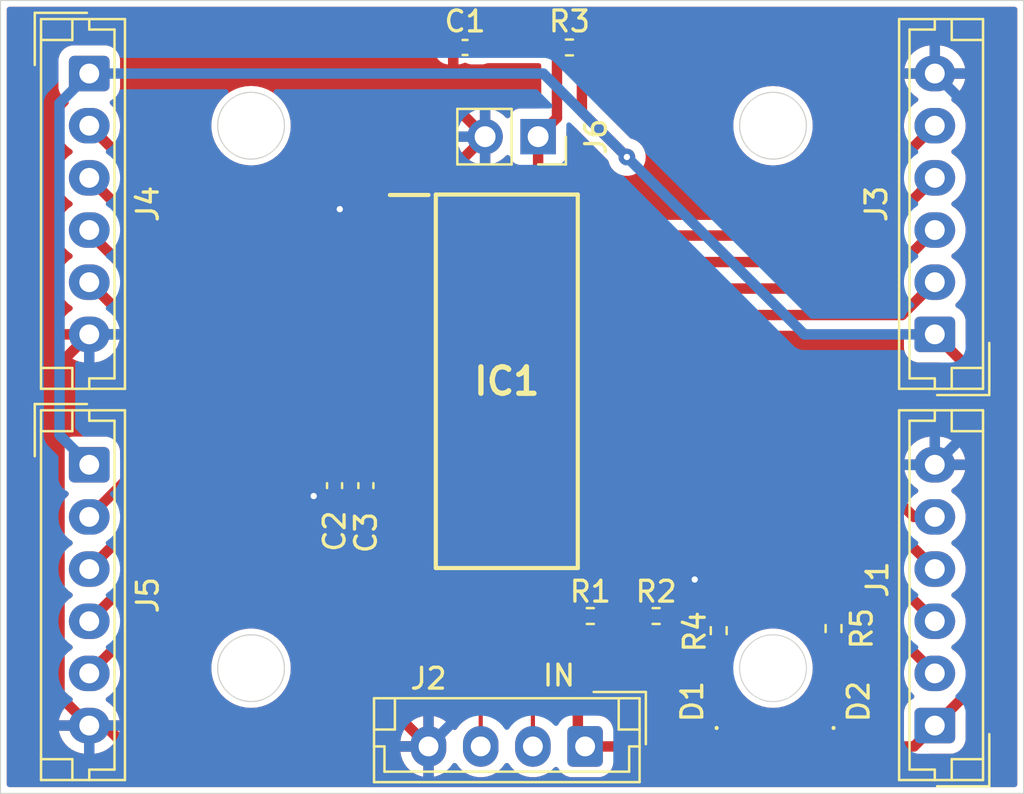
<source format=kicad_pcb>
(kicad_pcb (version 20240108) (generator "pcbnew") (generator_version "8.0")
  (layers (0 "F.Cu" signal) (31 "B.Cu" signal) (34 "B.Paste" user) (35 "F.Paste" user) (36 "B.SilkS" user "B.Silkscreen") (37 "F.SilkS" user "F.Silkscreen") (38 "B.Mask" user) (39 "F.Mask" user) (44 "Edge.Cuts" user))
  (net 0 "")
  (net 1 "GND")
  (net 2 "RST_E")
  (net 3 "+3.3V")
  (net 4 "Net-(D1-A)")
  (net 5 "Net-(D2-A)")
  (net 6 "INTB")
  (net 7 "Net-(IC1-ADDR)")
  (net 8 "GPB1")
  (net 9 "GPB7")
  (net 10 "GPB5")
  (net 11 "GPA3")
  (net 12 "GPA4")
  (net 13 "GPA5")
  (net 14 "GPB3")
  (net 15 "GPA6")
  (net 16 "GPB2")
  (net 18 "SDA")
  (net 19 "GPB4")
  (net 20 "GPA2")
  (net 22 "GPB6")
  (net 23 "GPB0")
  (net 24 "SCL")
  (net 25 "GPA0")
  (net 26 "GPA1")
  (net 27 "GPA7")
  (net 29 "INTA")
  (footprint "Resistor_SMD:R_0402_1005Metric_Pad0.72x0.64mm_HandSolder" (layer "F.Cu") (at 120.9 82.1 -90)
    (property "Reference" "R5" (at 0 -1.35 90) (layer "F.SilkS") (effects (font (thickness 0.16))))
    (property "Value" "330R" (hide yes))
    (fp_line (start -0.167621 0.38) (end 0.167621 0.38) (stroke (width 0.12)) (layer "F.SilkS"))
    (fp_line (start -0.167621 -0.38) (end 0.167621 -0.38) (stroke (width 0.12)) (layer "F.SilkS"))
    (pad "1" smd roundrect (at -0.5975 0 270) (size 0.715 0.64) (layers "F.Cu" "F.Paste" "F.Mask") (net 29 "INTA"))
    (pad "2" smd roundrect (at 0.5975 0 270) (size 0.715 0.64) (layers "F.Cu" "F.Paste" "F.Mask") (net 5 "Net-(D2-A)"))
  )
  (footprint "Resistor_SMD:R_0402_1005Metric_Pad0.72x0.64mm_HandSolder" (layer "F.Cu") (at 108.25 54.25 180)
    (property "Reference" "R3" (at 0 1.25 180) (layer "F.SilkS") (effects (font (thickness 0.16))))
    (property "Value" "2,2kR")
    (fp_line (start -0.167621 0.38) (end 0.167621 0.38) (stroke (width 0.12)) (layer "F.SilkS"))
    (fp_line (start -0.167621 -0.38) (end 0.167621 -0.38) (stroke (width 0.12)) (layer "F.SilkS"))
    (pad "1" smd roundrect (at -0.5975 0 180) (size 0.715 0.64) (layers "F.Cu" "F.Paste" "F.Mask") (net 3 "+3.3V"))
    (pad "2" smd roundrect (at 0.5975 0 180) (size 0.715 0.64) (layers "F.Cu" "F.Paste" "F.Mask") (net 2 "RST_E"))
  )
  (footprint "Connector_JST:JST_EH_B6B-EH-A_1x06_P2.50mm_Vertical" (layer "F.Cu") (at 85.25 74.25 -90)
    (property "Reference" "J5" (at 6.25 -2.8 90) (layer "F.SilkS") (effects (font (thickness 0.16))))
    (property "Value" "OUT_4")
    (fp_line (start -2.91 2.61) (end -0.41 2.61) (stroke (width 0.12)) (layer "F.SilkS"))
    (fp_line (start -2.61 2.31) (end 15.11 2.31) (stroke (width 0.12)) (layer "F.SilkS"))
    (fp_line (start 15.11 2.31) (end 15.11 -1.71) (stroke (width 0.12)) (layer "F.SilkS"))
    (fp_line (start -2.61 0.81) (end -1.61 0.81) (stroke (width 0.12)) (layer "F.SilkS"))
    (fp_line (start -1.61 0.81) (end -1.61 2.31) (stroke (width 0.12)) (layer "F.SilkS"))
    (fp_line (start 14.11 0.81) (end 14.11 2.31) (stroke (width 0.12)) (layer "F.SilkS"))
    (fp_line (start 15.11 0.81) (end 14.11 0.81) (stroke (width 0.12)) (layer "F.SilkS"))
    (fp_line (start -2.91 0.11) (end -2.91 2.61) (stroke (width 0.12)) (layer "F.SilkS"))
    (fp_line (start -2.61 0) (end -2.11 0) (stroke (width 0.12)) (layer "F.SilkS"))
    (fp_line (start -2.11 0) (end -2.11 -1.21) (stroke (width 0.12)) (layer "F.SilkS"))
    (fp_line (start 14.61 0) (end 15.11 0) (stroke (width 0.12)) (layer "F.SilkS"))
    (fp_line (start -2.11 -1.21) (end 14.61 -1.21) (stroke (width 0.12)) (layer "F.SilkS"))
    (fp_line (start 14.61 -1.21) (end 14.61 0) (stroke (width 0.12)) (layer "F.SilkS"))
    (fp_line (start -2.61 -1.71) (end -2.61 2.31) (stroke (width 0.12)) (layer "F.SilkS"))
    (fp_line (start 15.11 -1.71) (end -2.61 -1.71) (stroke (width 0.12)) (layer "F.SilkS"))
    (pad "1" thru_hole roundrect (at 0 0 270) (size 1.7 1.95) (drill 0.95) (layers "*.Cu" "*.Mask") (roundrect_rratio 0.147059) (net 3 "+3.3V"))
    (pad "2" thru_hole oval (at 2.5 0 270) (size 1.7 1.95) (drill 0.95) (layers "*.Cu" "*.Mask") (net 19 "GPB4"))
    (pad "3" thru_hole oval (at 5 0 270) (size 1.7 1.95) (drill 0.95) (layers "*.Cu" "*.Mask") (net 10 "GPB5"))
    (pad "4" thru_hole oval (at 7.5 0 270) (size 1.7 1.95) (drill 0.95) (layers "*.Cu" "*.Mask") (net 22 "GPB6"))
    (pad "5" thru_hole oval (at 10 0 270) (size 1.7 1.95) (drill 0.95) (layers "*.Cu" "*.Mask") (net 9 "GPB7"))
    (pad "6" thru_hole oval (at 12.5 0 270) (size 1.7 1.95) (drill 0.95) (layers "*.Cu" "*.Mask") (net 1 "GND"))
  )
  (footprint "Connector_JST:JST_EH_B6B-EH-A_1x06_P2.50mm_Vertical" (layer "F.Cu") (at 85.25 55.5 -90)
    (property "Reference" "J4" (at 6.25 -2.8 90) (layer "F.SilkS") (effects (font (thickness 0.16))))
    (property "Value" "OUT_3")
    (fp_line (start -2.91 2.61) (end -0.41 2.61) (stroke (width 0.12)) (layer "F.SilkS"))
    (fp_line (start -2.61 2.31) (end 15.11 2.31) (stroke (width 0.12)) (layer "F.SilkS"))
    (fp_line (start 15.11 2.31) (end 15.11 -1.71) (stroke (width 0.12)) (layer "F.SilkS"))
    (fp_line (start -2.61 0.81) (end -1.61 0.81) (stroke (width 0.12)) (layer "F.SilkS"))
    (fp_line (start -1.61 0.81) (end -1.61 2.31) (stroke (width 0.12)) (layer "F.SilkS"))
    (fp_line (start 14.11 0.81) (end 14.11 2.31) (stroke (width 0.12)) (layer "F.SilkS"))
    (fp_line (start 15.11 0.81) (end 14.11 0.81) (stroke (width 0.12)) (layer "F.SilkS"))
    (fp_line (start -2.91 0.11) (end -2.91 2.61) (stroke (width 0.12)) (layer "F.SilkS"))
    (fp_line (start -2.61 0) (end -2.11 0) (stroke (width 0.12)) (layer "F.SilkS"))
    (fp_line (start -2.11 0) (end -2.11 -1.21) (stroke (width 0.12)) (layer "F.SilkS"))
    (fp_line (start 14.61 0) (end 15.11 0) (stroke (width 0.12)) (layer "F.SilkS"))
    (fp_line (start -2.11 -1.21) (end 14.61 -1.21) (stroke (width 0.12)) (layer "F.SilkS"))
    (fp_line (start 14.61 -1.21) (end 14.61 0) (stroke (width 0.12)) (layer "F.SilkS"))
    (fp_line (start -2.61 -1.71) (end -2.61 2.31) (stroke (width 0.12)) (layer "F.SilkS"))
    (fp_line (start 15.11 -1.71) (end -2.61 -1.71) (stroke (width 0.12)) (layer "F.SilkS"))
    (pad "1" thru_hole roundrect (at 0 0 270) (size 1.7 1.95) (drill 0.95) (layers "*.Cu" "*.Mask") (roundrect_rratio 0.147059) (net 3 "+3.3V"))
    (pad "2" thru_hole oval (at 2.5 0 270) (size 1.7 1.95) (drill 0.95) (layers "*.Cu" "*.Mask") (net 23 "GPB0"))
    (pad "3" thru_hole oval (at 5 0 270) (size 1.7 1.95) (drill 0.95) (layers "*.Cu" "*.Mask") (net 8 "GPB1"))
    (pad "4" thru_hole oval (at 7.5 0 270) (size 1.7 1.95) (drill 0.95) (layers "*.Cu" "*.Mask") (net 16 "GPB2"))
    (pad "5" thru_hole oval (at 10 0 270) (size 1.7 1.95) (drill 0.95) (layers "*.Cu" "*.Mask") (net 14 "GPB3"))
    (pad "6" thru_hole oval (at 12.5 0 270) (size 1.7 1.95) (drill 0.95) (layers "*.Cu" "*.Mask") (net 1 "GND"))
  )
  (footprint "Resistor_SMD:R_0402_1005Metric_Pad0.72x0.64mm_HandSolder" (layer "F.Cu") (at 109.25 81.5)
    (property "Reference" "R1" (at 0 -1.17 0) (layer "F.SilkS") (effects (font (thickness 0.16))))
    (property "Value" "3kR" (hide yes))
    (fp_line (start -0.167621 -0.38) (end 0.167621 -0.38) (stroke (width 0.12)) (layer "F.SilkS"))
    (fp_line (start -0.167621 0.38) (end 0.167621 0.38) (stroke (width 0.12)) (layer "F.SilkS"))
    (pad "1" smd roundrect (at -0.5975 0) (size 0.715 0.64) (layers "F.Cu" "F.Paste" "F.Mask") (net 3 "+3.3V"))
    (pad "2" smd roundrect (at 0.5975 0) (size 0.715 0.64) (layers "F.Cu" "F.Paste" "F.Mask") (net 7 "Net-(IC1-ADDR)"))
  )
  (footprint "User_defined_footprints:SOIC127P1030X265-28N" (layer "F.Cu") (at 105.25 70.25)
    (property "Reference" "IC1" (at 0 0 0) (layer "F.SilkS") (effects (font (size 1.27 1.27) (thickness 0.254))))
    (property "Value" "MCP23018-E_SO" (hide yes))
    (fp_line (start -5.6 -8.93) (end -3.75 -8.93) (stroke (width 0.2)) (layer "F.SilkS"))
    (fp_line (start -3.4 -8.95) (end 3.4 -8.95) (stroke (width 0.2)) (layer "F.SilkS"))
    (fp_line (start -3.4 8.95) (end -3.4 -8.95) (stroke (width 0.2)) (layer "F.SilkS"))
    (fp_line (start 3.4 -8.95) (end 3.4 8.95) (stroke (width 0.2)) (layer "F.SilkS"))
    (fp_line (start 3.4 8.95) (end -3.4 8.95) (stroke (width 0.2)) (layer "F.SilkS"))
    (pad "1" smd rect (at -4.675 -8.255 90) (size 0.65 1.85) (layers "F.Cu" "F.Paste" "F.Mask") (net 1 "GND"))
    (pad "2" smd rect (at -4.675 -6.985 90) (size 0.65 1.85) (layers "F.Cu" "F.Paste" "F.Mask"))
    (pad "3" smd rect (at -4.675 -5.715 90) (size 0.65 1.85) (layers "F.Cu" "F.Paste" "F.Mask") (net 23 "GPB0"))
    (pad "4" smd rect (at -4.675 -4.445 90) (size 0.65 1.85) (layers "F.Cu" "F.Paste" "F.Mask") (net 8 "GPB1"))
    (pad "5" smd rect (at -4.675 -3.175 90) (size 0.65 1.85) (layers "F.Cu" "F.Paste" "F.Mask") (net 16 "GPB2"))
    (pad "6" smd rect (at -4.675 -1.905 90) (size 0.65 1.85) (layers "F.Cu" "F.Paste" "F.Mask") (net 14 "GPB3"))
    (pad "7" smd rect (at -4.675 -0.635 90) (size 0.65 1.85) (layers "F.Cu" "F.Paste" "F.Mask") (net 19 "GPB4"))
    (pad "8" smd rect (at -4.675 0.635 90) (size 0.65 1.85) (layers "F.Cu" "F.Paste" "F.Mask") (net 10 "GPB5"))
    (pad "9" smd rect (at -4.675 1.905 90) (size 0.65 1.85) (layers "F.Cu" "F.Paste" "F.Mask") (net 22 "GPB6"))
    (pad "10" smd rect (at -4.675 3.175 90) (size 0.65 1.85) (layers "F.Cu" "F.Paste" "F.Mask") (net 9 "GPB7"))
    (pad "11" smd rect (at -4.675 4.445 90) (size 0.65 1.85) (layers "F.Cu" "F.Paste" "F.Mask") (net 3 "+3.3V"))
    (pad "12" smd rect (at -4.675 5.715 90) (size 0.65 1.85) (layers "F.Cu" "F.Paste" "F.Mask") (net 24 "SCL"))
    (pad "13" smd rect (at -4.675 6.985 90) (size 0.65 1.85) (layers "F.Cu" "F.Paste" "F.Mask") (net 18 "SDA"))
    (pad "14" smd rect (at -4.675 8.255 90) (size 0.65 1.85) (layers "F.Cu" "F.Paste" "F.Mask"))
    (pad "15" smd rect (at 4.675 8.255 90) (size 0.65 1.85) (layers "F.Cu" "F.Paste" "F.Mask") (net 7 "Net-(IC1-ADDR)"))
    (pad "16" smd rect (at 4.675 6.985 90) (size 0.65 1.85) (layers "F.Cu" "F.Paste" "F.Mask") (net 2 "RST_E"))
    (pad "17" smd rect (at 4.675 5.715 90) (size 0.65 1.85) (layers "F.Cu" "F.Paste" "F.Mask"))
    (pad "18" smd rect (at 4.675 4.445 90) (size 0.65 1.85) (layers "F.Cu" "F.Paste" "F.Mask") (net 6 "INTB"))
    (pad "19" smd rect (at 4.675 3.175 90) (size 0.65 1.85) (layers "F.Cu" "F.Paste" "F.Mask") (net 29 "INTA"))
    (pad "20" smd rect (at 4.675 1.905 90) (size 0.65 1.85) (layers "F.Cu" "F.Paste" "F.Mask") (net 25 "GPA0"))
    (pad "21" smd rect (at 4.675 0.635 90) (size 0.65 1.85) (layers "F.Cu" "F.Paste" "F.Mask") (net 26 "GPA1"))
    (pad "22" smd rect (at 4.675 -0.635 90) (size 0.65 1.85) (layers "F.Cu" "F.Paste" "F.Mask") (net 20 "GPA2"))
    (pad "23" smd rect (at 4.675 -1.905 90) (size 0.65 1.85) (layers "F.Cu" "F.Paste" "F.Mask") (net 11 "GPA3"))
    (pad "24" smd rect (at 4.675 -3.175 90) (size 0.65 1.85) (layers "F.Cu" "F.Paste" "F.Mask") (net 12 "GPA4"))
    (pad "25" smd rect (at 4.675 -4.445 90) (size 0.65 1.85) (layers "F.Cu" "F.Paste" "F.Mask") (net 13 "GPA5"))
    (pad "26" smd rect (at 4.675 -5.715 90) (size 0.65 1.85) (layers "F.Cu" "F.Paste" "F.Mask") (net 15 "GPA6"))
    (pad "27" smd rect (at 4.675 -6.985 90) (size 0.65 1.85) (layers "F.Cu" "F.Paste" "F.Mask") (net 27 "GPA7"))
    (pad "28" smd rect (at 4.675 -8.255 90) (size 0.65 1.85) (layers "F.Cu" "F.Paste" "F.Mask"))
  )
  (footprint "Capacitor_SMD:C_0402_1005Metric_Pad0.74x0.62mm_HandSolder" (layer "F.Cu") (at 98.5 75.25 -90)
    (property "Reference" "C3" (at 2.25 0 90) (layer "F.SilkS") (effects (font (thickness 0.16))))
    (property "Value" "100nF")
    (fp_line (start -0.115835 0.36) (end 0.115835 0.36) (stroke (width 0.12)) (layer "F.SilkS"))
    (fp_line (start -0.115835 -0.36) (end 0.115835 -0.36) (stroke (width 0.12)) (layer "F.SilkS"))
    (pad "1" smd roundrect (at -0.5675 0 270) (size 0.735 0.62) (layers "F.Cu" "F.Paste" "F.Mask") (net 3 "+3.3V"))
    (pad "2" smd roundrect (at 0.5675 0 270) (size 0.735 0.62) (layers "F.Cu" "F.Paste" "F.Mask") (net 1 "GND"))
  )
  (footprint "Resistor_SMD:R_0402_1005Metric_Pad0.72x0.64mm_HandSolder" (layer "F.Cu") (at 112.4025 81.5)
    (property "Reference" "R2" (at 0 -1.17 0) (layer "F.SilkS") (effects (font (thickness 0.16))))
    (property "Value" "13kR" (hide yes))
    (fp_line (start -0.167621 -0.38) (end 0.167621 -0.38) (stroke (width 0.12)) (layer "F.SilkS"))
    (fp_line (start -0.167621 0.38) (end 0.167621 0.38) (stroke (width 0.12)) (layer "F.SilkS"))
    (pad "1" smd roundrect (at -0.5975 0) (size 0.715 0.64) (layers "F.Cu" "F.Paste" "F.Mask") (net 7 "Net-(IC1-ADDR)"))
    (pad "2" smd roundrect (at 0.5975 0) (size 0.715 0.64) (layers "F.Cu" "F.Paste" "F.Mask") (net 1 "GND"))
  )
  (footprint "Connector_JST:JST_EH_B6B-EH-A_1x06_P2.50mm_Vertical" (layer "F.Cu") (at 125.75 86.75 90)
    (property "Reference" "J1" (at 7 -2.75 -90) (layer "F.SilkS") (effects (font (thickness 0.16))))
    (property "Value" "OUT_1")
    (fp_line (start 15.11 -1.71) (end -2.61 -1.71) (stroke (width 0.12)) (layer "F.SilkS"))
    (fp_line (start -2.61 -1.71) (end -2.61 2.31) (stroke (width 0.12)) (layer "F.SilkS"))
    (fp_line (start 14.61 -1.21) (end 14.61 0) (stroke (width 0.12)) (layer "F.SilkS"))
    (fp_line (start -2.11 -1.21) (end 14.61 -1.21) (stroke (width 0.12)) (layer "F.SilkS"))
    (fp_line (start 14.61 0) (end 15.11 0) (stroke (width 0.12)) (layer "F.SilkS"))
    (fp_line (start -2.11 0) (end -2.11 -1.21) (stroke (width 0.12)) (layer "F.SilkS"))
    (fp_line (start -2.61 0) (end -2.11 0) (stroke (width 0.12)) (layer "F.SilkS"))
    (fp_line (start -2.91 0.11) (end -2.91 2.61) (stroke (width 0.12)) (layer "F.SilkS"))
    (fp_line (start 15.11 0.81) (end 14.11 0.81) (stroke (width 0.12)) (layer "F.SilkS"))
    (fp_line (start 14.11 0.81) (end 14.11 2.31) (stroke (width 0.12)) (layer "F.SilkS"))
    (fp_line (start -1.61 0.81) (end -1.61 2.31) (stroke (width 0.12)) (layer "F.SilkS"))
    (fp_line (start -2.61 0.81) (end -1.61 0.81) (stroke (width 0.12)) (layer "F.SilkS"))
    (fp_line (start 15.11 2.31) (end 15.11 -1.71) (stroke (width 0.12)) (layer "F.SilkS"))
    (fp_line (start -2.61 2.31) (end 15.11 2.31) (stroke (width 0.12)) (layer "F.SilkS"))
    (fp_line (start -2.91 2.61) (end -0.41 2.61) (stroke (width 0.12)) (layer "F.SilkS"))
    (pad "1" thru_hole roundrect (at 0 0 90) (size 1.7 1.95) (drill 0.95) (layers "*.Cu" "*.Mask") (roundrect_rratio 0.147059) (net 3 "+3.3V"))
    (pad "2" thru_hole oval (at 2.5 0 90) (size 1.7 1.95) (drill 0.95) (layers "*.Cu" "*.Mask") (net 25 "GPA0"))
    (pad "3" thru_hole oval (at 5 0 90) (size 1.7 1.95) (drill 0.95) (layers "*.Cu" "*.Mask") (net 26 "GPA1"))
    (pad "4" thru_hole oval (at 7.5 0 90) (size 1.7 1.95) (drill 0.95) (layers "*.Cu" "*.Mask") (net 20 "GPA2"))
    (pad "5" thru_hole oval (at 10 0 90) (size 1.7 1.95) (drill 0.95) (layers "*.Cu" "*.Mask") (net 11 "GPA3"))
    (pad "6" thru_hole oval (at 12.5 0 90) (size 1.7 1.95) (drill 0.95) (layers "*.Cu" "*.Mask") (net 1 "GND"))
  )
  (footprint "Connector_JST:JST_EH_B4B-EH-A_1x04_P2.50mm_Vertical" (layer "F.Cu") (at 109 87.75 180)
    (property "Reference" "J2" (at 7.5 3.25 180) (layer "F.SilkS") (effects (font (thickness 0.16))))
    (property "Value" "IN" (at 1.25 3.4 180) (layer "F.SilkS") (effects (font (thickness 0.16))))
    (fp_line (start 10.11 2.31) (end 10.11 -1.71) (stroke (width 0.12)) (layer "F.SilkS"))
    (fp_line (start 10.11 0.81) (end 9.11 0.81) (stroke (width 0.12)) (layer "F.SilkS"))
    (fp_line (start 10.11 -1.71) (end -2.61 -1.71) (stroke (width 0.12)) (layer "F.SilkS"))
    (fp_line (start 9.61 0) (end 10.11 0) (stroke (width 0.12)) (layer "F.SilkS"))
    (fp_line (start 9.61 -1.21) (end 9.61 0) (stroke (width 0.12)) (layer "F.SilkS"))
    (fp_line (start 9.11 0.81) (end 9.11 2.31) (stroke (width 0.12)) (layer "F.SilkS"))
    (fp_line (start -1.61 0.81) (end -1.61 2.31) (stroke (width 0.12)) (layer "F.SilkS"))
    (fp_line (start -2.11 0) (end -2.11 -1.21) (stroke (width 0.12)) (layer "F.SilkS"))
    (fp_line (start -2.11 -1.21) (end 9.61 -1.21) (stroke (width 0.12)) (layer "F.SilkS"))
    (fp_line (start -2.61 2.31) (end 10.11 2.31) (stroke (width 0.12)) (layer "F.SilkS"))
    (fp_line (start -2.61 0.81) (end -1.61 0.81) (stroke (width 0.12)) (layer "F.SilkS"))
    (fp_line (start -2.61 0) (end -2.11 0) (stroke (width 0.12)) (layer "F.SilkS"))
    (fp_line (start -2.61 -1.71) (end -2.61 2.31) (stroke (width 0.12)) (layer "F.SilkS"))
    (fp_line (start -2.91 2.61) (end -0.41 2.61) (stroke (width 0.12)) (layer "F.SilkS"))
    (fp_line (start -2.91 0.11) (end -2.91 2.61) (stroke (width 0.12)) (layer "F.SilkS"))
    (pad "1" thru_hole roundrect (at 0 0 180) (size 1.7 1.95) (drill 0.95) (layers "*.Cu" "*.Mask") (roundrect_rratio 0.147059) (net 3 "+3.3V"))
    (pad "2" thru_hole oval (at 2.5 0 180) (size 1.7 1.95) (drill 0.95) (layers "*.Cu" "*.Mask") (net 18 "SDA"))
    (pad "3" thru_hole oval (at 5 0 180) (size 1.7 1.95) (drill 0.95) (layers "*.Cu" "*.Mask") (net 24 "SCL"))
    (pad "4" thru_hole oval (at 7.5 0 180) (size 1.7 1.95) (drill 0.95) (layers "*.Cu" "*.Mask") (net 1 "GND"))
  )
  (footprint "Connector_PinSocket_2.54mm:PinSocket_1x02_P2.54mm_Vertical" (layer "F.Cu") (at 106.75 58.525 -90)
    (property "Reference" "J6" (at 0 -2.77 90) (layer "F.SilkS") (effects (font (thickness 0.16))))
    (property "Value" "RST_E")
    (fp_line (start -1.33 3.87) (end 1.33 3.87) (stroke (width 0.12)) (layer "F.SilkS"))
    (fp_line (start -1.33 1.27) (end -1.33 3.87) (stroke (width 0.12)) (layer "F.SilkS"))
    (fp_line (start -1.33 1.27) (end 1.33 1.27) (stroke (width 0.12)) (layer "F.SilkS"))
    (fp_line (start 1.33 1.27) (end 1.33 3.87) (stroke (width 0.12)) (layer "F.SilkS"))
    (fp_line (start 0 -1.33) (end 1.33 -1.33) (stroke (width 0.12)) (layer "F.SilkS"))
    (fp_line (start 1.33 -1.33) (end 1.33 0) (stroke (width 0.12)) (layer "F.SilkS"))
    (pad "1" thru_hole rect (at 0 0 270) (size 1.7 1.7) (drill 1) (layers "*.Cu" "*.Mask") (net 2 "RST_E"))
    (pad "2" thru_hole oval (at 0 2.54 270) (size 1.7 1.7) (drill 1) (layers "*.Cu" "*.Mask") (net 1 "GND"))
  )
  (footprint "Capacitor_SMD:C_0402_1005Metric_Pad0.74x0.62mm_HandSolder" (layer "F.Cu") (at 103.25 54.25 180)
    (property "Reference" "C1" (at 0 1.25 180) (layer "F.SilkS") (effects (font (thickness 0.16))))
    (property "Value" "100nF")
    (fp_line (start -0.115835 0.36) (end 0.115835 0.36) (stroke (width 0.12)) (layer "F.SilkS"))
    (fp_line (start -0.115835 -0.36) (end 0.115835 -0.36) (stroke (width 0.12)) (layer "F.SilkS"))
    (pad "1" smd roundrect (at -0.5675 0 180) (size 0.735 0.62) (layers "F.Cu" "F.Paste" "F.Mask") (net 2 "RST_E"))
    (pad "2" smd roundrect (at 0.5675 0 180) (size 0.735 0.62) (layers "F.Cu" "F.Paste" "F.Mask") (net 1 "GND"))
  )
  (footprint "LED_SMD:LED_0402_1005Metric_Pad0.77x0.64mm_HandSolder" (layer "F.Cu") (at 115.3 85.6 90)
    (property "Reference" "D1" (at 0 -1.17 -90) (layer "F.SilkS") (effects (font (thickness 0.16))))
    (property "Value" "LED" (hide yes))
    (fp_circle (center -1.265 0) (end -1.215 0) (stroke (width 0.1)) (fill none) (layer "F.SilkS"))
    (pad "1" smd roundrect (at -0.5725 0 90) (size 0.765 0.64) (layers "F.Cu" "F.Paste" "F.Mask") (net 1 "GND"))
    (pad "2" smd roundrect (at 0.5725 0 90) (size 0.765 0.64) (layers "F.Cu" "F.Paste" "F.Mask") (net 4 "Net-(D1-A)"))
  )
  (footprint "Capacitor_SMD:C_0402_1005Metric_Pad0.74x0.62mm_HandSolder" (layer "F.Cu") (at 97 75.25 -90)
    (property "Reference" "C2" (at 2.1825 0 90) (layer "F.SilkS") (effects (font (thickness 0.16))))
    (property "Value" "22uF")
    (fp_line (start -0.115835 0.36) (end 0.115835 0.36) (stroke (width 0.12)) (layer "F.SilkS"))
    (fp_line (start -0.115835 -0.36) (end 0.115835 -0.36) (stroke (width 0.12)) (layer "F.SilkS"))
    (pad "1" smd roundrect (at -0.5675 0 270) (size 0.735 0.62) (layers "F.Cu" "F.Paste" "F.Mask") (net 3 "+3.3V"))
    (pad "2" smd roundrect (at 0.5675 0 270) (size 0.735 0.62) (layers "F.Cu" "F.Paste" "F.Mask") (net 1 "GND"))
  )
  (footprint "Connector_JST:JST_EH_B6B-EH-A_1x06_P2.50mm_Vertical" (layer "F.Cu") (at 125.75 68 90)
    (property "Reference" "J3" (at 6.25 -2.8 -90) (layer "F.SilkS") (effects (font (thickness 0.16))))
    (property "Value" "OUT_2")
    (fp_line (start 15.11 -1.71) (end -2.61 -1.71) (stroke (width 0.12)) (layer "F.SilkS"))
    (fp_line (start -2.61 -1.71) (end -2.61 2.31) (stroke (width 0.12)) (layer "F.SilkS"))
    (fp_line (start 14.61 -1.21) (end 14.61 0) (stroke (width 0.12)) (layer "F.SilkS"))
    (fp_line (start -2.11 -1.21) (end 14.61 -1.21) (stroke (width 0.12)) (layer "F.SilkS"))
    (fp_line (start 14.61 0) (end 15.11 0) (stroke (width 0.12)) (layer "F.SilkS"))
    (fp_line (start -2.11 0) (end -2.11 -1.21) (stroke (width 0.12)) (layer "F.SilkS"))
    (fp_line (start -2.61 0) (end -2.11 0) (stroke (width 0.12)) (layer "F.SilkS"))
    (fp_line (start -2.91 0.11) (end -2.91 2.61) (stroke (width 0.12)) (layer "F.SilkS"))
    (fp_line (start 15.11 0.81) (end 14.11 0.81) (stroke (width 0.12)) (layer "F.SilkS"))
    (fp_line (start 14.11 0.81) (end 14.11 2.31) (stroke (width 0.12)) (layer "F.SilkS"))
    (fp_line (start -1.61 0.81) (end -1.61 2.31) (stroke (width 0.12)) (layer "F.SilkS"))
    (fp_line (start -2.61 0.81) (end -1.61 0.81) (stroke (width 0.12)) (layer "F.SilkS"))
    (fp_line (start 15.11 2.31) (end 15.11 -1.71) (stroke (width 0.12)) (layer "F.SilkS"))
    (fp_line (start -2.61 2.31) (end 15.11 2.31) (stroke (width 0.12)) (layer "F.SilkS"))
    (fp_line (start -2.91 2.61) (end -0.41 2.61) (stroke (width 0.12)) (layer "F.SilkS"))
    (pad "1" thru_hole roundrect (at 0 0 90) (size 1.7 1.95) (drill 0.95) (layers "*.Cu" "*.Mask") (roundrect_rratio 0.147059) (net 3 "+3.3V"))
    (pad "2" thru_hole oval (at 2.5 0 90) (size 1.7 1.95) (drill 0.95) (layers "*.Cu" "*.Mask") (net 12 "GPA4"))
    (pad "3" thru_hole oval (at 5 0 90) (size 1.7 1.95) (drill 0.95) (layers "*.Cu" "*.Mask") (net 13 "GPA5"))
    (pad "4" thru_hole oval (at 7.5 0 90) (size 1.7 1.95) (drill 0.95) (layers "*.Cu" "*.Mask") (net 15 "GPA6"))
    (pad "5" thru_hole oval (at 10 0 90) (size 1.7 1.95) (drill 0.95) (layers "*.Cu" "*.Mask") (net 27 "GPA7"))
    (pad "6" thru_hole oval (at 12.5 0 90) (size 1.7 1.95) (drill 0.95) (layers "*.Cu" "*.Mask") (net 1 "GND"))
  )
  (footprint "Resistor_SMD:R_0402_1005Metric_Pad0.72x0.64mm_HandSolder" (layer "F.Cu") (at 115.4 82.2 -90)
    (property "Reference" "R4" (at 0.05 1.15 90) (layer "F.SilkS") (effects (font (thickness 0.16))))
    (property "Value" "330R" (hide yes))
    (fp_line (start -0.167621 0.38) (end 0.167621 0.38) (stroke (width 0.12)) (layer "F.SilkS"))
    (fp_line (start -0.167621 -0.38) (end 0.167621 -0.38) (stroke (width 0.12)) (layer "F.SilkS"))
    (pad "1" smd roundrect (at -0.5975 0 270) (size 0.715 0.64) (layers "F.Cu" "F.Paste" "F.Mask") (net 6 "INTB"))
    (pad "2" smd roundrect (at 0.5975 0 270) (size 0.715 0.64) (layers "F.Cu" "F.Paste" "F.Mask") (net 4 "Net-(D1-A)"))
  )
  (footprint "LED_SMD:LED_0402_1005Metric_Pad0.77x0.64mm_HandSolder" (layer "F.Cu") (at 120.9 85.6 90)
    (property "Reference" "D2" (at 0 1.2 -90) (layer "F.SilkS") (effects (font (thickness 0.16))))
    (property "Value" "LED" (hide yes))
    (fp_circle (center -1.265 0) (end -1.215 0) (stroke (width 0.1)) (fill none) (layer "F.SilkS"))
    (pad "1" smd roundrect (at -0.5725 0 90) (size 0.765 0.64) (layers "F.Cu" "F.Paste" "F.Mask") (net 1 "GND"))
    (pad "2" smd roundrect (at 0.5725 0 90) (size 0.765 0.64) (layers "F.Cu" "F.Paste" "F.Mask") (net 5 "Net-(D2-A)"))
  )
  (gr_circle (center 118 58) (end 119.6 58) (stroke (width 0.05)) (fill none) (layer "Edge.Cuts"))
  (gr_circle (center 118 58) (end 119.6 58) (stroke (width 0.05)) (fill none) (layer "Edge.Cuts"))
  (gr_line (start 81 52) (end 130 52) (stroke (width 0.05)) (layer "Edge.Cuts"))
  (gr_line (start 81 90) (end 81 52) (stroke (width 0.05)) (layer "Edge.Cuts"))
  (gr_circle (center 93 84) (end 94.6 84) (stroke (width 0.05)) (fill none) (layer "Edge.Cuts"))
  (gr_circle (center 93 58) (end 94.6 58) (stroke (width 0.05)) (fill none) (layer "Edge.Cuts"))
  (gr_circle (center 93 84) (end 94.6 84) (stroke (width 0.05)) (fill none) (layer "Edge.Cuts"))
  (gr_circle (center 93 58) (end 94.6 58) (stroke (width 0.05)) (fill none) (layer "Edge.Cuts"))
  (gr_circle (center 118 84) (end 119.6 84) (stroke (width 0.05)) (fill none) (layer "Edge.Cuts"))
  (gr_line (start 130 90) (end 81 90) (stroke (width 0.05)) (layer "Edge.Cuts"))
  (gr_line (start 130 52) (end 130 90) (stroke (width 0.05)) (layer "Edge.Cuts"))
  (segment (start 113 81.5) (end 113 81) (width 0.5) (layer "F.Cu") (net 1))
  (segment (start 83.825 85.325) (end 83.825 69.425) (width 0.5) (layer "F.Cu") (net 1))
  (segment (start 113 81) (end 114.25 79.75) (width 0.5) (layer "F.Cu") (net 1))
  (segment (start 120.2725 86.8) (end 115.9275 86.8) (width 0.5) (layer "F.Cu") (net 1))
  (segment (start 114.980001 86.1725) (end 115.3 86.1725) (width 0.5) (layer "F.Cu") (net 1))
  (segment (start 85.25 86.75) (end 83.825 85.325) (width 0.5) (layer "F.Cu") (net 1))
  (segment (start 87 87.75) (end 101.5 87.75) (width 0.5) (layer "F.Cu") (net 1))
  (segment (start 100.575 61.995) (end 100.74 61.995) (width 0.5) (layer "F.Cu") (net 1))
  (segment (start 113 84.192499) (end 114.980001 86.1725) (width 0.5) (layer "F.Cu") (net 1))
  (segment (start 113 81.5) (end 113 84.192499) (width 0.5) (layer "F.Cu") (net 1))
  (segment (start 85.25 86.75) (end 86 86.75) (width 0.5) (layer "F.Cu") (net 1))
  (segment (start 97 75.8175) (end 97 83.25) (width 0.5) (layer "F.Cu") (net 1))
  (segment (start 100.74 61.995) (end 104.21 58.525) (width 0.5) (layer "F.Cu") (net 1))
  (segment (start 96.0675 75.8175) (end 96 75.75) (width 0.5) (layer "F.Cu") (net 1))
  (segment (start 98.5 75.8175) (end 97 75.8175) (width 0.5) (layer "F.Cu") (net 1))
  (segment (start 83.825 69.425) (end 85.25 68) (width 0.5) (layer "F.Cu") (net 1))
  (segment (start 97 75.8175) (end 96.0675 75.8175) (width 0.5) (layer "F.Cu") (net 1))
  (segment (start 97.25 62) (end 97.255 61.995) (width 0.5) (layer "F.Cu") (net 1))
  (segment (start 97.255 61.995) (end 100.575 61.995) (width 0.5) (layer "F.Cu") (net 1))
  (segment (start 86 86.75) (end 87 87.75) (width 0.5) (layer "F.Cu") (net 1))
  (segment (start 120.9 86.1725) (end 120.2725 86.8) (width 0.5) (layer "F.Cu") (net 1))
  (segment (start 97 83.25) (end 101.5 87.75) (width 0.5) (layer "F.Cu") (net 1))
  (segment (start 102.6825 56.9975) (end 102.6825 54.25) (width 0.5) (layer "F.Cu") (net 1))
  (segment (start 104.21 58.525) (end 102.6825 56.9975) (width 0.5) (layer "F.Cu") (net 1))
  (segment (start 115.9275 86.8) (end 115.3 86.1725) (width 0.5) (layer "F.Cu") (net 1))
  (via (at 97.25 62) (size 0.8) (drill 0.3) (layers "F.Cu" "B.Cu") (net 1))
  (via (at 96 75.75) (size 0.8) (drill 0.3) (layers "F.Cu" "B.Cu") (net 1))
  (via (at 114.25 79.75) (size 0.8) (drill 0.3) (layers "F.Cu" "B.Cu") (net 1))
  (segment (start 101.5 87.75) (end 115 74.25) (width 0.5) (layer "B.Cu") (net 1))
  (segment (start 114.25 79.75) (end 119.75 74.25) (width 0.5) (layer "B.Cu") (net 1))
  (segment (start 125.75 74.25) (end 128 72) (width 0.5) (layer "B.Cu") (net 1))
  (segment (start 91.25 68) (end 85.25 68) (width 0.5) (layer "B.Cu") (net 1))
  (segment (start 119.75 74.25) (end 125.75 74.25) (width 0.5) (layer "B.Cu") (net 1))
  (segment (start 97.25 62) (end 91.25 68) (width 0.5) (layer "B.Cu") (net 1))
  (segment (start 128 72) (end 128 57.75) (width 0.5) (layer "B.Cu") (net 1))
  (segment (start 128 57.75) (end 125.75 55.5) (width 0.5) (layer "B.Cu") (net 1))
  (segment (start 115 74.25) (end 125.75 74.25) (width 0.5) (layer "B.Cu") (net 1))
  (segment (start 108.5 77.235) (end 106.75 75.485) (width 0.5) (layer "F.Cu") (net 2))
  (segment (start 107.6525 57.6225) (end 106.75 58.525) (width 0.5) (layer "F.Cu") (net 2))
  (segment (start 106.75 75.485) (end 106.75 58.525) (width 0.5) (layer "F.Cu") (net 2))
  (segment (start 107.6525 54.25) (end 107.6525 57.6225) (width 0.5) (layer "F.Cu") (net 2))
  (segment (start 103.8175 54.25) (end 107.6525 54.25) (width 0.5) (layer "F.Cu") (net 2))
  (segment (start 109.925 77.235) (end 108.5 77.235) (width 0.5) (layer "F.Cu") (net 2))
  (segment (start 124.75 87.75) (end 125.75 86.75) (width 0.5) (layer "F.Cu") (net 3))
  (segment (start 108.8475 54.25) (end 108.8475 57.3475) (width 0.5) (layer "F.Cu") (net 3))
  (segment (start 98.5 74.6825) (end 97 74.6825) (width 0.5) (layer "F.Cu") (net 3))
  (segment (start 109 87.75) (end 109 87.5) (width 0.5) (layer "F.Cu") (net 3))
  (segment (start 128.5 84) (end 128.5 70.75) (width 0.5) (layer "F.Cu") (net 3))
  (segment (start 101.8475 74.695) (end 100.575 74.695) (width 0.5) (layer "F.Cu") (net 3))
  (segment (start 98.5125 74.695) (end 98.5 74.6825) (width 0.5) (layer "F.Cu") (net 3))
  (segment (start 108.6525 81.5) (end 101.8475 74.695) (width 0.5) (layer "F.Cu") (net 3))
  (segment (start 108.6525 87.1525) (end 108.6525 81.5) (width 0.5) (layer "F.Cu") (net 3))
  (segment (start 125.75 86.75) (end 128.5 84) (width 0.5) (layer "F.Cu") (net 3))
  (segment (start 128.5 70.75) (end 125.75 68) (width 0.5) (layer "F.Cu") (net 3))
  (segment (start 108.8475 57.3475) (end 111 59.5) (width 0.5) (layer "F.Cu") (net 3))
  (segment (start 109 87.75) (end 124.75 87.75) (width 0.5) (layer "F.Cu") (net 3))
  (segment (start 100.575 74.695) (end 98.5125 74.695) (width 0.5) (layer "F.Cu") (net 3))
  (segment (start 109 87.5) (end 108.6525 87.1525) (width 0.5) (layer "F.Cu") (net 3))
  (via (at 111 59.5) (size 0.8) (drill 0.3) (layers "F.Cu" "B.Cu") (net 3))
  (segment (start 111 59.5) (end 119.5 68) (width 0.5) (layer "B.Cu") (net 3))
  (segment (start 83.825 56.925) (end 85.25 55.5) (width 0.5) (layer "B.Cu") (net 3))
  (segment (start 83.825 72.825) (end 83.825 56.925) (width 0.5) (layer "B.Cu") (net 3))
  (segment (start 119.5 68) (end 125.75 68) (width 0.5) (layer "B.Cu") (net 3))
  (segment (start 107 55.5) (end 111 59.5) (width 0.5) (layer "B.Cu") (net 3))
  (segment (start 85.25 55.5) (end 107 55.5) (width 0.5) (layer "B.Cu") (net 3))
  (segment (start 85.25 74.25) (end 83.825 72.825) (width 0.5) (layer "B.Cu") (net 3))
  (segment (start 115.4 82.7975) (end 115.4 84.9275) (width 0.5) (layer "F.Cu") (net 4))
  (segment (start 115.4 84.9275) (end 115.3 85.0275) (width 0.5) (layer "F.Cu") (net 4))
  (segment (start 120.9 82.6975) (end 120.9 85.0275) (width 0.5) (layer "F.Cu") (net 5))
  (segment (start 111.445 74.695) (end 115.4 78.65) (width 0.5) (layer "F.Cu") (net 6))
  (segment (start 115.4 78.65) (end 115.4 81.6025) (width 0.5) (layer "F.Cu") (net 6))
  (segment (start 109.925 74.695) (end 111.445 74.695) (width 0.5) (layer "F.Cu") (net 6))
  (segment (start 111.805 81.5) (end 109.8475 81.5) (width 0.5) (layer "F.Cu") (net 7))
  (segment (start 109.8475 81.5) (end 109.8475 78.5825) (width 0.5) (layer "F.Cu") (net 7))
  (segment (start 109.8475 78.5825) (end 109.925 78.505) (width 0.5) (layer "F.Cu") (net 7))
  (segment (start 85.25 60.5) (end 90.555 65.805) (width 0.5) (layer "F.Cu") (net 8))
  (segment (start 90.555 65.805) (end 100.575 65.805) (width 0.5) (layer "F.Cu") (net 8))
  (segment (start 85.25 84.25) (end 96.075 73.425) (width 0.5) (layer "F.Cu") (net 9))
  (segment (start 96.075 73.425) (end 100.575 73.425) (width 0.5) (layer "F.Cu") (net 9))
  (segment (start 93.615 70.885) (end 100.575 70.885) (width 0.5) (layer "F.Cu") (net 10))
  (segment (start 85.25 79.25) (end 93.615 70.885) (width 0.5) (layer "F.Cu") (net 10))
  (segment (start 124.75 76.75) (end 116.345 68.345) (width 0.5) (layer "F.Cu") (net 11))
  (segment (start 125.75 76.75) (end 124.75 76.75) (width 0.5) (layer "F.Cu") (net 11))
  (segment (start 116.345 68.345) (end 109.925 68.345) (width 0.5) (layer "F.Cu") (net 11))
  (segment (start 125.75 65.5) (end 124.175 67.075) (width 0.5) (layer "F.Cu") (net 12))
  (segment (start 124.175 67.075) (end 109.925 67.075) (width 0.5) (layer "F.Cu") (net 12))
  (segment (start 122.945 65.805) (end 109.925 65.805) (width 0.5) (layer "F.Cu") (net 13))
  (segment (start 125.75 63) (end 122.945 65.805) (width 0.5) (layer "F.Cu") (net 13))
  (segment (start 88.095 68.345) (end 100.575 68.345) (width 0.5) (layer "F.Cu") (net 14))
  (segment (start 85.25 65.5) (end 88.095 68.345) (width 0.5) (layer "F.Cu") (net 14))
  (segment (start 121.715 64.535) (end 109.925 64.535) (width 0.5) (layer "F.Cu") (net 15))
  (segment (start 125.75 60.5) (end 121.715 64.535) (width 0.5) (layer "F.Cu") (net 15))
  (segment (start 85.25 63) (end 85.25 63.125) (width 0.5) (layer "F.Cu") (net 16))
  (segment (start 85.25 63.125) (end 89.2 67.075) (width 0.5) (layer "F.Cu") (net 16))
  (segment (start 89.2 67.075) (end 100.575 67.075) (width 0.5) (layer "F.Cu") (net 16))
  (segment (start 106.5 87.75) (end 106.5 80.25) (width 0.2) (layer "F.Cu") (net 18))
  (segment (start 103.485 77.235) (end 100.575 77.235) (width 0.2) (layer "F.Cu") (net 18))
  (segment (start 106.5 80.25) (end 103.485 77.235) (width 0.2) (layer "F.Cu") (net 18))
  (segment (start 92.385 69.615) (end 100.575 69.615) (width 0.5) (layer "F.Cu") (net 19))
  (segment (start 85.25 76.75) (end 92.385 69.615) (width 0.5) (layer "F.Cu") (net 19))
  (segment (start 125.75 79.25) (end 116.115 69.615) (width 0.5) (layer "F.Cu") (net 20))
  (segment (start 116.115 69.615) (end 109.925 69.615) (width 0.5) (layer "F.Cu") (net 20))
  (segment (start 85.25 81.75) (end 94.845 72.155) (width 0.5) (layer "F.Cu") (net 22))
  (segment (start 94.845 72.155) (end 100.575 72.155) (width 0.5) (layer "F.Cu") (net 22))
  (segment (start 91.785 64.535) (end 100.575 64.535) (width 0.5) (layer "F.Cu") (net 23))
  (segment (start 85.25 58) (end 91.785 64.535) (width 0.5) (layer "F.Cu") (net 23))
  (segment (start 99.975 75.965) (end 100.575 75.965) (width 0.2) (layer "F.Cu") (net 24))
  (segment (start 104 87.75) (end 104 84.75) (width 0.2) (layer "F.Cu") (net 24))
  (segment (start 104 84.75) (end 98.5 79.25) (width 0.2) (layer "F.Cu") (net 24))
  (segment (start 98.5 77.44) (end 99.975 75.965) (width 0.2) (layer "F.Cu") (net 24))
  (segment (start 98.5 79.25) (end 98.5 77.44) (width 0.2) (layer "F.Cu") (net 24))
  (segment (start 113.655 72.155) (end 109.925 72.155) (width 0.5) (layer "F.Cu") (net 25))
  (segment (start 125.75 84.25) (end 113.655 72.155) (width 0.5) (layer "F.Cu") (net 25))
  (segment (start 125.75 81.75) (end 114.885 70.885) (width 0.5) (layer "F.Cu") (net 26))
  (segment (start 114.885 70.885) (end 109.925 70.885) (width 0.5) (layer "F.Cu") (net 26))
  (segment (start 120.485 63.265) (end 109.925 63.265) (width 0.5) (layer "F.Cu") (net 27))
  (segment (start 125.75 58) (end 120.485 63.265) (width 0.5) (layer "F.Cu") (net 27))
  (segment (start 109.925 73.425) (end 112.425 73.425) (width 0.5) (layer "F.Cu") (net 29))
  (segment (start 120.5025 81.5025) (end 120.9 81.5025) (width 0.5) (layer "F.Cu") (net 29))
  (segment (start 112.425 73.425) (end 120.5025 81.5025) (width 0.5) (layer "F.Cu") (net 29))
  (zone (net 1) (net_name "GND") (layers "F&B.Cu") (connect_pads (clearance 0.5)) (min_thickness 0.25) (fill yes (thermal_gap 0.5) (thermal_bridge_width 0.5))
    (polygon (pts (xy 81 52) (xy 130 52) (xy 130 90) (xy 81 90)))
  )
)
</source>
